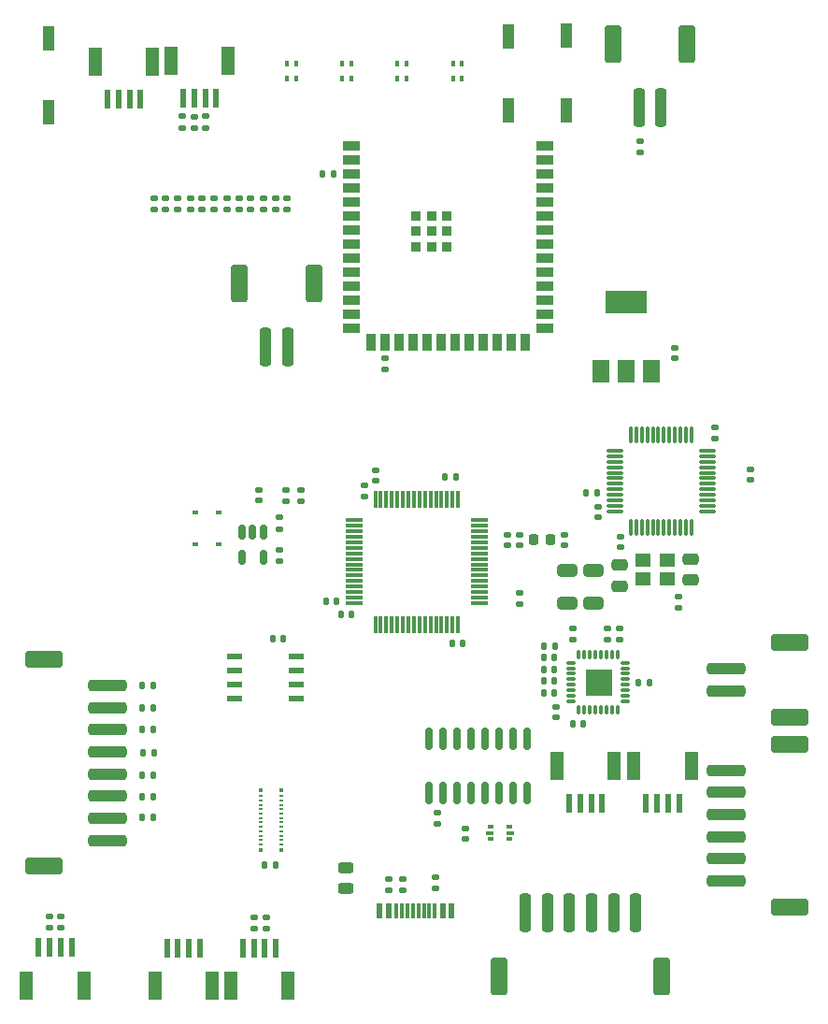
<source format=gbr>
%TF.GenerationSoftware,KiCad,Pcbnew,(6.0.11)*%
%TF.CreationDate,2023-04-23T13:39:53-07:00*%
%TF.ProjectId,EV6 Board Design,45563620-426f-4617-9264-204465736967,rev?*%
%TF.SameCoordinates,Original*%
%TF.FileFunction,Paste,Top*%
%TF.FilePolarity,Positive*%
%FSLAX46Y46*%
G04 Gerber Fmt 4.6, Leading zero omitted, Abs format (unit mm)*
G04 Created by KiCad (PCBNEW (6.0.11)) date 2023-04-23 13:39:53*
%MOMM*%
%LPD*%
G01*
G04 APERTURE LIST*
G04 Aperture macros list*
%AMRoundRect*
0 Rectangle with rounded corners*
0 $1 Rounding radius*
0 $2 $3 $4 $5 $6 $7 $8 $9 X,Y pos of 4 corners*
0 Add a 4 corners polygon primitive as box body*
4,1,4,$2,$3,$4,$5,$6,$7,$8,$9,$2,$3,0*
0 Add four circle primitives for the rounded corners*
1,1,$1+$1,$2,$3*
1,1,$1+$1,$4,$5*
1,1,$1+$1,$6,$7*
1,1,$1+$1,$8,$9*
0 Add four rect primitives between the rounded corners*
20,1,$1+$1,$2,$3,$4,$5,0*
20,1,$1+$1,$4,$5,$6,$7,0*
20,1,$1+$1,$6,$7,$8,$9,0*
20,1,$1+$1,$8,$9,$2,$3,0*%
G04 Aperture macros list end*
%ADD10C,0.010000*%
%ADD11R,0.500000X1.700000*%
%ADD12R,1.200000X2.500000*%
%ADD13RoundRect,0.135000X-0.135000X-0.185000X0.135000X-0.185000X0.135000X0.185000X-0.135000X0.185000X0*%
%ADD14RoundRect,0.140000X0.140000X0.170000X-0.140000X0.170000X-0.140000X-0.170000X0.140000X-0.170000X0*%
%ADD15R,1.422400X0.533400*%
%ADD16RoundRect,0.140000X-0.140000X-0.170000X0.140000X-0.170000X0.140000X0.170000X-0.140000X0.170000X0*%
%ADD17R,0.600000X0.450000*%
%ADD18RoundRect,0.075000X0.075000X-0.662500X0.075000X0.662500X-0.075000X0.662500X-0.075000X-0.662500X0*%
%ADD19RoundRect,0.075000X0.662500X-0.075000X0.662500X0.075000X-0.662500X0.075000X-0.662500X-0.075000X0*%
%ADD20RoundRect,0.140000X0.170000X-0.140000X0.170000X0.140000X-0.170000X0.140000X-0.170000X-0.140000X0*%
%ADD21RoundRect,0.250000X-0.475000X0.250000X-0.475000X-0.250000X0.475000X-0.250000X0.475000X0.250000X0*%
%ADD22RoundRect,0.135000X-0.185000X0.135000X-0.185000X-0.135000X0.185000X-0.135000X0.185000X0.135000X0*%
%ADD23RoundRect,0.140000X-0.170000X0.140000X-0.170000X-0.140000X0.170000X-0.140000X0.170000X0.140000X0*%
%ADD24RoundRect,0.250000X1.500000X-0.250000X1.500000X0.250000X-1.500000X0.250000X-1.500000X-0.250000X0*%
%ADD25RoundRect,0.250001X1.449999X-0.499999X1.449999X0.499999X-1.449999X0.499999X-1.449999X-0.499999X0*%
%ADD26R,0.400000X0.410000*%
%ADD27R,0.400000X0.200000*%
%ADD28RoundRect,0.075000X0.700000X0.075000X-0.700000X0.075000X-0.700000X-0.075000X0.700000X-0.075000X0*%
%ADD29RoundRect,0.075000X0.075000X0.700000X-0.075000X0.700000X-0.075000X-0.700000X0.075000X-0.700000X0*%
%ADD30RoundRect,0.135000X0.185000X-0.135000X0.185000X0.135000X-0.185000X0.135000X-0.185000X-0.135000X0*%
%ADD31RoundRect,0.218750X-0.218750X-0.256250X0.218750X-0.256250X0.218750X0.256250X-0.218750X0.256250X0*%
%ADD32RoundRect,0.135000X0.135000X0.185000X-0.135000X0.185000X-0.135000X-0.185000X0.135000X-0.185000X0*%
%ADD33RoundRect,0.250000X0.650000X-0.325000X0.650000X0.325000X-0.650000X0.325000X-0.650000X-0.325000X0*%
%ADD34RoundRect,0.243750X0.456250X-0.243750X0.456250X0.243750X-0.456250X0.243750X-0.456250X-0.243750X0*%
%ADD35RoundRect,0.250000X0.250000X1.500000X-0.250000X1.500000X-0.250000X-1.500000X0.250000X-1.500000X0*%
%ADD36RoundRect,0.250001X0.499999X1.449999X-0.499999X1.449999X-0.499999X-1.449999X0.499999X-1.449999X0*%
%ADD37R,1.120000X2.160000*%
%ADD38RoundRect,0.007500X-0.372500X-0.117500X0.372500X-0.117500X0.372500X0.117500X-0.372500X0.117500X0*%
%ADD39RoundRect,0.007500X0.117500X-0.372500X0.117500X0.372500X-0.117500X0.372500X-0.117500X-0.372500X0*%
%ADD40RoundRect,0.250000X0.475000X-0.250000X0.475000X0.250000X-0.475000X0.250000X-0.475000X-0.250000X0*%
%ADD41R,0.400000X0.600000*%
%ADD42RoundRect,0.150000X0.150000X-0.825000X0.150000X0.825000X-0.150000X0.825000X-0.150000X-0.825000X0*%
%ADD43R,1.500000X2.000000*%
%ADD44R,3.800000X2.000000*%
%ADD45R,0.900000X0.900000*%
%ADD46R,1.500000X0.900000*%
%ADD47R,0.900000X1.500000*%
%ADD48RoundRect,0.250000X-0.250000X-1.500000X0.250000X-1.500000X0.250000X1.500000X-0.250000X1.500000X0*%
%ADD49RoundRect,0.250001X-0.499999X-1.449999X0.499999X-1.449999X0.499999X1.449999X-0.499999X1.449999X0*%
%ADD50RoundRect,0.250000X-1.500000X0.250000X-1.500000X-0.250000X1.500000X-0.250000X1.500000X0.250000X0*%
%ADD51RoundRect,0.250001X-1.449999X0.499999X-1.449999X-0.499999X1.449999X-0.499999X1.449999X0.499999X0*%
%ADD52R,0.600000X1.450000*%
%ADD53R,0.300000X1.450000*%
%ADD54R,0.500000X0.375000*%
%ADD55R,0.650000X0.300000*%
%ADD56RoundRect,0.150000X-0.150000X0.512500X-0.150000X-0.512500X0.150000X-0.512500X0.150000X0.512500X0*%
%ADD57R,1.400000X1.200000*%
G04 APERTURE END LIST*
%TO.C,U6*%
G36*
X257152500Y-130150000D02*
G01*
X254852500Y-130150000D01*
X254852500Y-127850000D01*
X257152500Y-127850000D01*
X257152500Y-130150000D01*
G37*
D10*
X257152500Y-130150000D02*
X254852500Y-130150000D01*
X254852500Y-127850000D01*
X257152500Y-127850000D01*
X257152500Y-130150000D01*
%TD*%
D11*
%TO.C,J14*%
X221400000Y-76180000D03*
X220400000Y-76180000D03*
X219400000Y-76180000D03*
X218400000Y-76180000D03*
D12*
X222500000Y-72780000D03*
X217300000Y-72780000D03*
%TD*%
D11*
%TO.C,J13*%
X214530000Y-76200000D03*
X213530000Y-76200000D03*
X212530000Y-76200000D03*
X211530000Y-76200000D03*
D12*
X215630000Y-72800000D03*
X210430000Y-72800000D03*
%TD*%
D11*
%TO.C,J12*%
X263330000Y-139990000D03*
X262330000Y-139990000D03*
X261330000Y-139990000D03*
X260330000Y-139990000D03*
D12*
X264430000Y-136590000D03*
X259230000Y-136590000D03*
%TD*%
D11*
%TO.C,J7*%
X223800000Y-153070000D03*
X224800000Y-153070000D03*
X225800000Y-153070000D03*
X226800000Y-153070000D03*
D12*
X222700000Y-156470000D03*
X227900000Y-156470000D03*
%TD*%
D11*
%TO.C,J6*%
X256370000Y-139960000D03*
X255370000Y-139960000D03*
X254370000Y-139960000D03*
X253370000Y-139960000D03*
D12*
X257470000Y-136560000D03*
X252270000Y-136560000D03*
%TD*%
D11*
%TO.C,J5*%
X216920000Y-153100000D03*
X217920000Y-153100000D03*
X218920000Y-153100000D03*
X219920000Y-153100000D03*
D12*
X215820000Y-156500000D03*
X221020000Y-156500000D03*
%TD*%
D11*
%TO.C,J3*%
X205290000Y-153050000D03*
X206290000Y-153050000D03*
X207290000Y-153050000D03*
X208290000Y-153050000D03*
D12*
X204190000Y-156450000D03*
X209390000Y-156450000D03*
%TD*%
D13*
%TO.C,R28*%
X214740000Y-135400000D03*
X215760000Y-135400000D03*
%TD*%
D14*
%TO.C,C13*%
X233630000Y-122900000D03*
X232670000Y-122900000D03*
%TD*%
D15*
%TO.C,CR1*%
X223056000Y-126645000D03*
X223056000Y-127915000D03*
X223056000Y-129185000D03*
X223056000Y-130455000D03*
X228644000Y-130455000D03*
X228644000Y-129185000D03*
X228644000Y-127915000D03*
X228644000Y-126645000D03*
%TD*%
D16*
%TO.C,C22*%
X231320000Y-121700000D03*
X232280000Y-121700000D03*
%TD*%
D17*
%TO.C,D2*%
X219500000Y-113610000D03*
X221600000Y-113610000D03*
%TD*%
D18*
%TO.C,U5*%
X258950000Y-114962500D03*
X259450000Y-114962500D03*
X259950000Y-114962500D03*
X260450000Y-114962500D03*
X260950000Y-114962500D03*
X261450000Y-114962500D03*
X261950000Y-114962500D03*
X262450000Y-114962500D03*
X262950000Y-114962500D03*
X263450000Y-114962500D03*
X263950000Y-114962500D03*
X264450000Y-114962500D03*
D19*
X265862500Y-113550000D03*
X265862500Y-113050000D03*
X265862500Y-112550000D03*
X265862500Y-112050000D03*
X265862500Y-111550000D03*
X265862500Y-111050000D03*
X265862500Y-110550000D03*
X265862500Y-110050000D03*
X265862500Y-109550000D03*
X265862500Y-109050000D03*
X265862500Y-108550000D03*
X265862500Y-108050000D03*
D18*
X264450000Y-106637500D03*
X263950000Y-106637500D03*
X263450000Y-106637500D03*
X262950000Y-106637500D03*
X262450000Y-106637500D03*
X261950000Y-106637500D03*
X261450000Y-106637500D03*
X260950000Y-106637500D03*
X260450000Y-106637500D03*
X259950000Y-106637500D03*
X259450000Y-106637500D03*
X258950000Y-106637500D03*
D19*
X257537500Y-108050000D03*
X257537500Y-108550000D03*
X257537500Y-109050000D03*
X257537500Y-109550000D03*
X257537500Y-110050000D03*
X257537500Y-110550000D03*
X257537500Y-111050000D03*
X257537500Y-111550000D03*
X257537500Y-112050000D03*
X257537500Y-112550000D03*
X257537500Y-113050000D03*
X257537500Y-113550000D03*
%TD*%
D14*
%TO.C,C33*%
X227450000Y-125110000D03*
X226490000Y-125110000D03*
%TD*%
D20*
%TO.C,C14*%
X234800000Y-112180000D03*
X234800000Y-111220000D03*
%TD*%
D21*
%TO.C,C4*%
X257900000Y-118400000D03*
X257900000Y-120300000D03*
%TD*%
D20*
%TO.C,C3*%
X257900000Y-125130000D03*
X257900000Y-124170000D03*
%TD*%
D22*
%TO.C,R3*%
X238300000Y-146840000D03*
X238300000Y-147860000D03*
%TD*%
D23*
%TO.C,C2*%
X262940000Y-98730000D03*
X262940000Y-99690000D03*
%TD*%
D20*
%TO.C,C19*%
X225250000Y-112560000D03*
X225250000Y-111600000D03*
%TD*%
D22*
%TO.C,R38*%
X227750000Y-111600000D03*
X227750000Y-112620000D03*
%TD*%
D24*
%TO.C,J8*%
X267600000Y-147000000D03*
X267600000Y-145000000D03*
X267600000Y-143000000D03*
X267600000Y-141000000D03*
X267600000Y-139000000D03*
X267600000Y-137000000D03*
D25*
X273350000Y-149350000D03*
X273350000Y-134650000D03*
%TD*%
D26*
%TO.C,U13*%
X225390000Y-144215000D03*
D27*
X225390000Y-143710000D03*
X225390000Y-143310000D03*
X225390000Y-142907924D03*
X225390000Y-142510000D03*
X225390000Y-142110000D03*
X225390000Y-141710000D03*
X225390000Y-141310000D03*
X225390000Y-140910000D03*
X225390000Y-140510000D03*
X225390000Y-140110000D03*
X225390000Y-139710000D03*
X225390000Y-139310000D03*
D26*
X225390000Y-138805000D03*
X227270000Y-138805000D03*
D27*
X227270000Y-139310000D03*
X227270000Y-139710000D03*
X227270000Y-140110000D03*
X227270000Y-140510000D03*
X227270000Y-140910000D03*
X227270000Y-141310000D03*
X227270000Y-141710000D03*
X227270000Y-142110000D03*
X227270000Y-142510000D03*
X227270000Y-142907924D03*
X227270000Y-143310000D03*
X227270000Y-143710000D03*
D26*
X227270000Y-144215000D03*
%TD*%
D28*
%TO.C,U1*%
X245225000Y-121850000D03*
X245225000Y-121350000D03*
X245225000Y-120850000D03*
X245225000Y-120350000D03*
X245225000Y-119850000D03*
X245225000Y-119350000D03*
X245225000Y-118850000D03*
X245225000Y-118350000D03*
X245225000Y-117850000D03*
X245225000Y-117350000D03*
X245225000Y-116850000D03*
X245225000Y-116350000D03*
X245225000Y-115850000D03*
X245225000Y-115350000D03*
X245225000Y-114850000D03*
X245225000Y-114350000D03*
D29*
X243300000Y-112425000D03*
X242800000Y-112425000D03*
X242300000Y-112425000D03*
X241800000Y-112425000D03*
X241300000Y-112425000D03*
X240800000Y-112425000D03*
X240300000Y-112425000D03*
X239800000Y-112425000D03*
X239300000Y-112425000D03*
X238800000Y-112425000D03*
X238300000Y-112425000D03*
X237800000Y-112425000D03*
X237300000Y-112425000D03*
X236800000Y-112425000D03*
X236300000Y-112425000D03*
X235800000Y-112425000D03*
D28*
X233875000Y-114350000D03*
X233875000Y-114850000D03*
X233875000Y-115350000D03*
X233875000Y-115850000D03*
X233875000Y-116350000D03*
X233875000Y-116850000D03*
X233875000Y-117350000D03*
X233875000Y-117850000D03*
X233875000Y-118350000D03*
X233875000Y-118850000D03*
X233875000Y-119350000D03*
X233875000Y-119850000D03*
X233875000Y-120350000D03*
X233875000Y-120850000D03*
X233875000Y-121350000D03*
X233875000Y-121850000D03*
D29*
X235800000Y-123775000D03*
X236300000Y-123775000D03*
X236800000Y-123775000D03*
X237300000Y-123775000D03*
X237800000Y-123775000D03*
X238300000Y-123775000D03*
X238800000Y-123775000D03*
X239300000Y-123775000D03*
X239800000Y-123775000D03*
X240300000Y-123775000D03*
X240800000Y-123775000D03*
X241300000Y-123775000D03*
X241800000Y-123775000D03*
X242300000Y-123775000D03*
X242800000Y-123775000D03*
X243300000Y-123775000D03*
%TD*%
D30*
%TO.C,R5*%
X248840000Y-121910000D03*
X248840000Y-120890000D03*
%TD*%
D20*
%TO.C,C16*%
X252200000Y-132180000D03*
X252200000Y-131220000D03*
%TD*%
D31*
%TO.C,120R1*%
X250112500Y-116100000D03*
X251687500Y-116100000D03*
%TD*%
D30*
%TO.C,R17*%
X226750000Y-86210000D03*
X226750000Y-85190000D03*
%TD*%
D22*
%TO.C,R13*%
X217850000Y-85190000D03*
X217850000Y-86210000D03*
%TD*%
D20*
%TO.C,C20*%
X269750000Y-110680000D03*
X269750000Y-109720000D03*
%TD*%
D13*
%TO.C,R30*%
X214640000Y-137400000D03*
X215660000Y-137400000D03*
%TD*%
D32*
%TO.C,R4*%
X232070000Y-83000000D03*
X231050000Y-83000000D03*
%TD*%
D22*
%TO.C,R39*%
X229100000Y-111590000D03*
X229100000Y-112610000D03*
%TD*%
%TO.C,R21*%
X207270000Y-150190000D03*
X207270000Y-151210000D03*
%TD*%
D20*
%TO.C,C5*%
X243950000Y-143230000D03*
X243950000Y-142270000D03*
%TD*%
D23*
%TO.C,C8*%
X247750000Y-115670000D03*
X247750000Y-116630000D03*
%TD*%
D22*
%TO.C,R12*%
X222400000Y-85190000D03*
X222400000Y-86210000D03*
%TD*%
%TO.C,R11*%
X223450000Y-85190000D03*
X223450000Y-86210000D03*
%TD*%
D23*
%TO.C,C21*%
X235850000Y-109820000D03*
X235850000Y-110780000D03*
%TD*%
D22*
%TO.C,R6*%
X224500000Y-85190000D03*
X224500000Y-86210000D03*
%TD*%
D30*
%TO.C,R16*%
X227800000Y-86210000D03*
X227800000Y-85190000D03*
%TD*%
D24*
%TO.C,J2*%
X267600000Y-129800000D03*
X267600000Y-127800000D03*
D25*
X273350000Y-132150000D03*
X273350000Y-125450000D03*
%TD*%
D22*
%TO.C,R35*%
X218310000Y-77790000D03*
X218310000Y-78810000D03*
%TD*%
D33*
%TO.C,C29*%
X255600000Y-121855000D03*
X255600000Y-118905000D03*
%TD*%
D16*
%TO.C,C27*%
X251070000Y-129950000D03*
X252030000Y-129950000D03*
%TD*%
D23*
%TO.C,C10*%
X252950000Y-115670000D03*
X252950000Y-116630000D03*
%TD*%
D30*
%TO.C,R24*%
X220100000Y-86210000D03*
X220100000Y-85190000D03*
%TD*%
D13*
%TO.C,R19*%
X254890000Y-111880000D03*
X255910000Y-111880000D03*
%TD*%
D30*
%TO.C,R1*%
X263300000Y-122250000D03*
X263300000Y-121230000D03*
%TD*%
D14*
%TO.C,C12*%
X243730000Y-125500000D03*
X242770000Y-125500000D03*
%TD*%
D22*
%TO.C,R37*%
X227100000Y-117040000D03*
X227100000Y-118060000D03*
%TD*%
D30*
%TO.C,R18*%
X225700000Y-86210000D03*
X225700000Y-85190000D03*
%TD*%
D22*
%TO.C,R2*%
X241250000Y-146690000D03*
X241250000Y-147710000D03*
%TD*%
D20*
%TO.C,C25*%
X266600000Y-106930000D03*
X266600000Y-105970000D03*
%TD*%
%TO.C,C1*%
X237050000Y-147830000D03*
X237050000Y-146870000D03*
%TD*%
D30*
%TO.C,R32*%
X236650000Y-100710000D03*
X236650000Y-99690000D03*
%TD*%
D17*
%TO.C,D10*%
X219500000Y-116540000D03*
X221600000Y-116540000D03*
%TD*%
D22*
%TO.C,R8*%
X224790000Y-150300000D03*
X224790000Y-151320000D03*
%TD*%
D34*
%TO.C,D11*%
X233160000Y-147677500D03*
X233160000Y-145802500D03*
%TD*%
D35*
%TO.C,J15*%
X261700000Y-76950000D03*
X259700000Y-76950000D03*
D36*
X257350000Y-71200000D03*
X264050000Y-71200000D03*
%TD*%
D16*
%TO.C,C15*%
X253670000Y-132750000D03*
X254630000Y-132750000D03*
%TD*%
D37*
%TO.C,SW3*%
X247850000Y-77265000D03*
X247850000Y-70535000D03*
%TD*%
D22*
%TO.C,R15*%
X215800000Y-85190000D03*
X215800000Y-86210000D03*
%TD*%
D38*
%TO.C,U6*%
X253527500Y-127250000D03*
X253527500Y-127750000D03*
X253527500Y-128250000D03*
X253527500Y-128750000D03*
X253527500Y-129250000D03*
X253527500Y-129750000D03*
X253527500Y-130250000D03*
X253527500Y-130750000D03*
D39*
X254252500Y-131475000D03*
X254752500Y-131475000D03*
X255252500Y-131475000D03*
X255752500Y-131475000D03*
X256252500Y-131475000D03*
X256752500Y-131475000D03*
X257252500Y-131475000D03*
X257752500Y-131475000D03*
D38*
X258477500Y-130750000D03*
X258477500Y-130250000D03*
X258477500Y-129750000D03*
X258477500Y-129250000D03*
X258477500Y-128750000D03*
X258477500Y-128250000D03*
X258477500Y-127750000D03*
X258477500Y-127250000D03*
D39*
X257752500Y-126525000D03*
X257252500Y-126525000D03*
X256752500Y-126525000D03*
X256252500Y-126525000D03*
X255752500Y-126525000D03*
X255252500Y-126525000D03*
X254752500Y-126525000D03*
X254252500Y-126525000D03*
%TD*%
D40*
%TO.C,C23*%
X264350000Y-119750000D03*
X264350000Y-117850000D03*
%TD*%
D32*
%TO.C,R9*%
X252060000Y-125750000D03*
X251040000Y-125750000D03*
%TD*%
D22*
%TO.C,R14*%
X216825000Y-85190000D03*
X216825000Y-86210000D03*
%TD*%
D33*
%TO.C,C30*%
X253170000Y-121855000D03*
X253170000Y-118905000D03*
%TD*%
D13*
%TO.C,R22*%
X214640000Y-129350000D03*
X215660000Y-129350000D03*
%TD*%
D41*
%TO.C,D4*%
X242825000Y-74370000D03*
X242825000Y-72970000D03*
X243625000Y-72970000D03*
X243625000Y-74370000D03*
%TD*%
D22*
%TO.C,R36*%
X227150000Y-114110000D03*
X227150000Y-115130000D03*
%TD*%
%TO.C,R34*%
X219380000Y-77800000D03*
X219380000Y-78820000D03*
%TD*%
D37*
%TO.C,SW1*%
X206230000Y-77415000D03*
X206230000Y-70685000D03*
%TD*%
D42*
%TO.C,U3*%
X240655000Y-139045000D03*
X241925000Y-139045000D03*
X243195000Y-139045000D03*
X244465000Y-139045000D03*
X245735000Y-139045000D03*
X247005000Y-139045000D03*
X248275000Y-139045000D03*
X249545000Y-139045000D03*
X249545000Y-134095000D03*
X248275000Y-134095000D03*
X247005000Y-134095000D03*
X245735000Y-134095000D03*
X244465000Y-134095000D03*
X243195000Y-134095000D03*
X241925000Y-134095000D03*
X240655000Y-134095000D03*
%TD*%
D30*
%TO.C,R23*%
X221150000Y-86210000D03*
X221150000Y-85190000D03*
%TD*%
D32*
%TO.C,R41*%
X226790000Y-145580000D03*
X225770000Y-145580000D03*
%TD*%
D37*
%TO.C,SW2*%
X253100000Y-77215000D03*
X253100000Y-70485000D03*
%TD*%
D13*
%TO.C,R27*%
X214640000Y-133300000D03*
X215660000Y-133300000D03*
%TD*%
D16*
%TO.C,C18*%
X251070000Y-128900000D03*
X252030000Y-128900000D03*
%TD*%
%TO.C,C6*%
X259660000Y-129080000D03*
X260620000Y-129080000D03*
%TD*%
D43*
%TO.C,U2*%
X256250000Y-100860000D03*
D44*
X258550000Y-94560000D03*
D43*
X258550000Y-100860000D03*
X260850000Y-100860000D03*
%TD*%
D41*
%TO.C,D3*%
X227825000Y-74370000D03*
X227825000Y-72970000D03*
X228625000Y-72970000D03*
X228625000Y-74370000D03*
%TD*%
D45*
%TO.C,U11*%
X239495606Y-89585000D03*
X240900000Y-88185000D03*
X239500000Y-86785000D03*
X240900000Y-86785000D03*
X242300000Y-88185000D03*
X239500000Y-88185000D03*
X242300000Y-86785000D03*
X240895606Y-89585000D03*
X242295606Y-89585000D03*
D46*
X233650000Y-80465000D03*
X233650000Y-81735000D03*
X233650000Y-83005000D03*
X233650000Y-84275000D03*
X233650000Y-85545000D03*
X233650000Y-86815000D03*
X233650000Y-88085000D03*
X233650000Y-89355000D03*
X233650000Y-90625000D03*
X233650000Y-91895000D03*
X233650000Y-93165000D03*
X233650000Y-94435000D03*
X233650000Y-95705000D03*
X233650000Y-96975000D03*
D47*
X235415000Y-98225000D03*
X236685000Y-98225000D03*
X237955000Y-98225000D03*
X239225000Y-98225000D03*
X240495000Y-98225000D03*
X241765000Y-98225000D03*
X243035000Y-98225000D03*
X244305000Y-98225000D03*
X245575000Y-98225000D03*
X246845000Y-98225000D03*
X248115000Y-98225000D03*
X249385000Y-98225000D03*
D46*
X251150000Y-96975000D03*
X251150000Y-95705000D03*
X251150000Y-94435000D03*
X251150000Y-93165000D03*
X251150000Y-91895000D03*
X251150000Y-90625000D03*
X251150000Y-89355000D03*
X251150000Y-88085000D03*
X251150000Y-86815000D03*
X251150000Y-85545000D03*
X251150000Y-84275000D03*
X251150000Y-83005000D03*
X251150000Y-81735000D03*
X251150000Y-80465000D03*
%TD*%
D16*
%TO.C,C17*%
X251070000Y-127850000D03*
X252030000Y-127850000D03*
%TD*%
D23*
%TO.C,C7*%
X253700000Y-124170000D03*
X253700000Y-125130000D03*
%TD*%
D48*
%TO.C,J11*%
X249400000Y-149850000D03*
X251400000Y-149850000D03*
X253400000Y-149850000D03*
X255400000Y-149850000D03*
X257400000Y-149850000D03*
X259400000Y-149850000D03*
D49*
X261750000Y-155600000D03*
X247050000Y-155600000D03*
%TD*%
D20*
%TO.C,C32*%
X241460000Y-141810000D03*
X241460000Y-140850000D03*
%TD*%
D50*
%TO.C,J10*%
X211570000Y-129330000D03*
X211570000Y-131330000D03*
X211570000Y-133330000D03*
X211570000Y-135330000D03*
X211570000Y-137330000D03*
X211570000Y-139330000D03*
X211570000Y-141330000D03*
X211570000Y-143330000D03*
D51*
X205820000Y-126980000D03*
X205820000Y-145680000D03*
%TD*%
D23*
%TO.C,C31*%
X256850000Y-124170000D03*
X256850000Y-125130000D03*
%TD*%
%TO.C,C9*%
X248850000Y-115670000D03*
X248850000Y-116630000D03*
%TD*%
%TO.C,C24*%
X258010000Y-115860000D03*
X258010000Y-116820000D03*
%TD*%
D35*
%TO.C,J1*%
X227860000Y-98630000D03*
X225860000Y-98630000D03*
D36*
X223510000Y-92880000D03*
X230210000Y-92880000D03*
%TD*%
D52*
%TO.C,J9*%
X236200000Y-149755000D03*
X237000000Y-149755000D03*
D53*
X238200000Y-149755000D03*
X239200000Y-149755000D03*
X239700000Y-149755000D03*
X240700000Y-149755000D03*
D52*
X241900000Y-149755000D03*
X242700000Y-149755000D03*
X242700000Y-149755000D03*
X241900000Y-149755000D03*
D53*
X241200000Y-149755000D03*
X240200000Y-149755000D03*
X238700000Y-149755000D03*
X237700000Y-149755000D03*
D52*
X237000000Y-149755000D03*
X236200000Y-149755000D03*
%TD*%
D41*
%TO.C,D5*%
X232825000Y-74370000D03*
X232825000Y-72970000D03*
X233625000Y-72970000D03*
X233625000Y-74370000D03*
%TD*%
D13*
%TO.C,R29*%
X214640000Y-141250000D03*
X215660000Y-141250000D03*
%TD*%
%TO.C,R26*%
X214640000Y-131300000D03*
X215660000Y-131300000D03*
%TD*%
D16*
%TO.C,C11*%
X242120000Y-110450000D03*
X243080000Y-110450000D03*
%TD*%
D41*
%TO.C,D18*%
X237825000Y-74370000D03*
X237825000Y-72970000D03*
X238625000Y-72970000D03*
X238625000Y-74370000D03*
%TD*%
D54*
%TO.C,U4*%
X246250000Y-142112500D03*
D55*
X246175000Y-142650000D03*
D54*
X246250000Y-143187500D03*
X247950000Y-143187500D03*
D55*
X248025000Y-142650000D03*
D54*
X247950000Y-142112500D03*
%TD*%
D22*
%TO.C,R33*%
X220470000Y-77790000D03*
X220470000Y-78810000D03*
%TD*%
%TO.C,R40*%
X259760000Y-80060000D03*
X259760000Y-81080000D03*
%TD*%
D13*
%TO.C,R31*%
X214640000Y-139350000D03*
X215660000Y-139350000D03*
%TD*%
D22*
%TO.C,R20*%
X206260000Y-150200000D03*
X206260000Y-151220000D03*
%TD*%
D56*
%TO.C,U12*%
X225650000Y-115412500D03*
X224700000Y-115412500D03*
X223750000Y-115412500D03*
X223750000Y-117687500D03*
X225650000Y-117687500D03*
%TD*%
D14*
%TO.C,C28*%
X252030000Y-126800000D03*
X251070000Y-126800000D03*
%TD*%
D22*
%TO.C,R7*%
X225900000Y-150340000D03*
X225900000Y-151360000D03*
%TD*%
D20*
%TO.C,C26*%
X256000000Y-114080000D03*
X256000000Y-113120000D03*
%TD*%
D30*
%TO.C,R25*%
X219050000Y-86210000D03*
X219050000Y-85190000D03*
%TD*%
D57*
%TO.C,Y1*%
X260050000Y-119650000D03*
X262250000Y-119650000D03*
X262250000Y-117950000D03*
X260050000Y-117950000D03*
%TD*%
M02*

</source>
